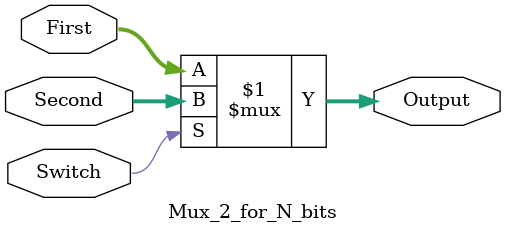
<source format=v>
module Mux_2_for_N_bits
	#(
		parameter 	Width = 4
 	)
  	(
	  	input	[Width	-1:0]		First			,
	  	input	[Width	-1:0]		Second			,
		input						Switch			,	
	  	output	[Width	-1:0]		Output			
	);
  

	assign Output	= Switch ? 	Second : First;
  
endmodule
</source>
